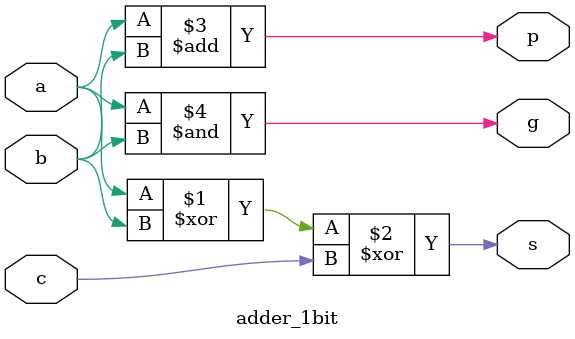
<source format=v>
module adder_1bit(a, b, c, g, p, s);
    input a;
    input b;
    input c;

    output p;
    output g;
    output s;

    assign s = a ^ b ^ c;
    assign p = a + b;
    assign g = a & b;
endmodule

</source>
